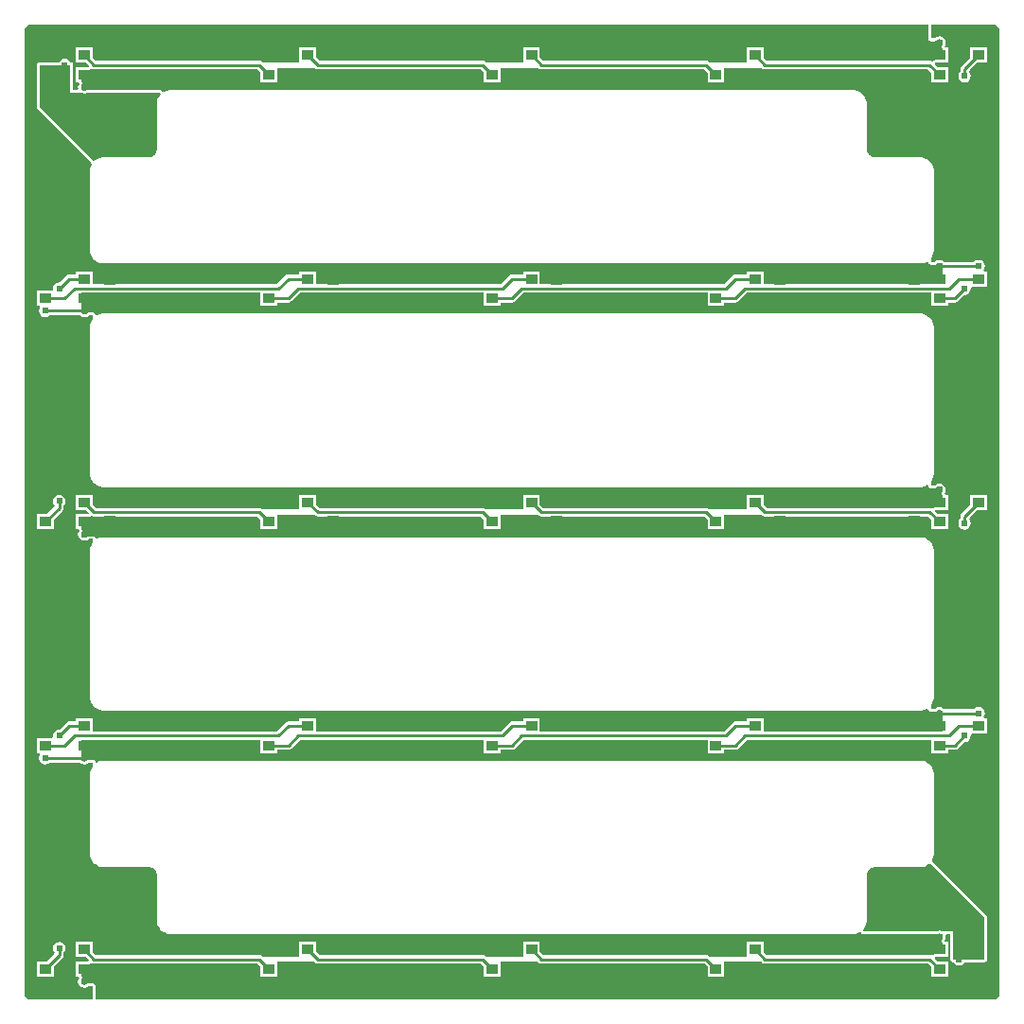
<source format=gtl>
G04*
G04 #@! TF.GenerationSoftware,Altium Limited,Altium Designer,18.1.7 (191)*
G04*
G04 Layer_Physical_Order=1*
G04 Layer_Color=255*
%FSLAX25Y25*%
%MOIN*%
G70*
G01*
G75*
%ADD12R,0.04016X0.03701*%
%ADD13R,0.03937X0.03347*%
%ADD18C,0.01000*%
%ADD19R,0.19685X0.19685*%
%ADD20C,0.02400*%
G36*
X27559Y368549D02*
X343469D01*
Y363734D01*
X343546Y363344D01*
X343767Y363013D01*
X344098Y362792D01*
X344488Y362715D01*
X345817D01*
X345915Y362734D01*
X346016D01*
X346109Y362772D01*
X346207Y362792D01*
X346291Y362848D01*
X346383Y362886D01*
X346454Y362957D01*
X346538Y363013D01*
X346547Y363027D01*
X346980Y363317D01*
X347441Y363408D01*
X347902Y363317D01*
X348292Y363056D01*
X348425Y362856D01*
X348425Y361553D01*
X348400Y361515D01*
X348343Y361377D01*
X348272Y361245D01*
X348267Y361194D01*
X348248Y361148D01*
Y360998D01*
X348233Y360849D01*
X348248Y360801D01*
Y360750D01*
X348305Y360612D01*
X348348Y360468D01*
X348425Y360325D01*
X348425Y356122D01*
X346041D01*
X345650Y356044D01*
X345320Y355823D01*
X345054Y355513D01*
X344671Y355684D01*
X344581Y355744D01*
X343996Y355860D01*
X286559D01*
X285449Y356970D01*
Y360449D01*
X279512D01*
Y355315D01*
X266435D01*
X266337Y355412D01*
X265841Y355744D01*
X265256Y355860D01*
X207819D01*
X206709Y356970D01*
Y360449D01*
X200772D01*
Y355315D01*
X187694D01*
X187597Y355412D01*
X187101Y355744D01*
X186516Y355860D01*
X129078D01*
X127969Y356970D01*
Y360449D01*
X122031D01*
Y355315D01*
X108954D01*
X108857Y355412D01*
X108361Y355744D01*
X107776Y355860D01*
X50338D01*
X49228Y356970D01*
Y360449D01*
X43291D01*
Y355102D01*
X46770D01*
X47851Y354021D01*
X47660Y353559D01*
X43291D01*
Y348213D01*
X44186D01*
X44453Y347713D01*
X44188Y347315D01*
X44017Y346457D01*
X44106Y346008D01*
X43696Y345508D01*
X42358D01*
Y354331D01*
X42281Y354721D01*
X42059Y355052D01*
X41729Y355273D01*
X41339Y355350D01*
X41335D01*
X40956Y355917D01*
X40229Y356403D01*
X39370Y356574D01*
X38512Y356403D01*
X37784Y355917D01*
X37405Y355350D01*
X30512D01*
X30122Y355273D01*
X29791Y355052D01*
X29570Y354721D01*
X29492Y354331D01*
Y339567D01*
X29570Y339177D01*
X29791Y338846D01*
X48674Y319963D01*
X48816Y319430D01*
X48813Y319360D01*
X48798Y319324D01*
X48774Y319268D01*
X48719Y319184D01*
X48422Y318468D01*
X48402Y318369D01*
X48364Y318276D01*
X48213Y317516D01*
Y317415D01*
X48193Y317317D01*
X48193Y316929D01*
X48193Y316929D01*
X48193Y289370D01*
Y288982D01*
X48213Y288884D01*
Y288783D01*
X48364Y288023D01*
X48402Y287930D01*
X48422Y287831D01*
X48597Y287409D01*
X48719Y287115D01*
X48774Y287032D01*
X48813Y286939D01*
X49244Y286294D01*
X49315Y286223D01*
X49371Y286139D01*
X49919Y285591D01*
X50002Y285535D01*
X50073Y285464D01*
X50718Y285033D01*
X50811Y284995D01*
X50894Y284939D01*
X51611Y284642D01*
X51710Y284623D01*
X51802Y284584D01*
X52563Y284433D01*
X52663D01*
X52762Y284413D01*
X53150D01*
X340598Y284414D01*
X340982D01*
X341080Y284433D01*
X341180D01*
X341932Y284582D01*
X342025Y284621D01*
X342123Y284641D01*
X342831Y284934D01*
X342915Y284990D01*
X342969Y285012D01*
X343043Y285009D01*
X343514Y284765D01*
X343546Y284604D01*
X343767Y284273D01*
X344098Y284052D01*
X344488Y283974D01*
X345817D01*
X345915Y283994D01*
X346016D01*
X346109Y284032D01*
X346207Y284052D01*
X346291Y284108D01*
X346383Y284146D01*
X346454Y284217D01*
X346538Y284273D01*
X346547Y284287D01*
X346980Y284577D01*
X347441Y284668D01*
X347902Y284577D01*
X348335Y284287D01*
X348344Y284273D01*
X348425Y284219D01*
Y277120D01*
X285449D01*
Y281709D01*
X279512D01*
Y280565D01*
X275590D01*
X275005Y280448D01*
X274509Y280117D01*
X271512Y277120D01*
X206709D01*
Y281709D01*
X200772D01*
Y280565D01*
X196850D01*
X196265Y280448D01*
X195769Y280117D01*
X192772Y277120D01*
X127969D01*
Y281709D01*
X122031D01*
Y280565D01*
X118110D01*
X117525Y280448D01*
X117029Y280117D01*
X114032Y277120D01*
X49228D01*
Y281709D01*
X43291D01*
Y280565D01*
X40846D01*
X40261Y280448D01*
X39765Y280117D01*
X37468Y277820D01*
X37402Y277834D01*
X36543Y277663D01*
X35816Y277177D01*
X35329Y276449D01*
X35159Y275590D01*
X35235Y275205D01*
X34918Y274819D01*
X29512D01*
Y269472D01*
X30406D01*
X30674Y268972D01*
X30408Y268575D01*
X30237Y267717D01*
X30408Y266858D01*
X30894Y266130D01*
X31622Y265644D01*
X32480Y265473D01*
X33339Y265644D01*
X34066Y266130D01*
X34104Y266187D01*
X44636D01*
X44674Y266130D01*
X45401Y265644D01*
X46260Y265473D01*
X47118Y265644D01*
X47846Y266130D01*
X47884Y266187D01*
X49213D01*
Y264841D01*
X48813Y264242D01*
X48774Y264149D01*
X48719Y264066D01*
X48422Y263350D01*
X48402Y263251D01*
X48364Y263158D01*
X48213Y262398D01*
Y262297D01*
X48193Y262199D01*
X48193Y261811D01*
X48193Y210630D01*
Y210242D01*
X48213Y210144D01*
Y210043D01*
X48364Y209283D01*
X48402Y209190D01*
X48422Y209091D01*
X48597Y208669D01*
X48719Y208375D01*
X48774Y208291D01*
X48813Y208199D01*
X49244Y207554D01*
X49315Y207483D01*
X49371Y207399D01*
X49919Y206851D01*
X50002Y206795D01*
X50073Y206724D01*
X50718Y206293D01*
X50811Y206255D01*
X50894Y206199D01*
X51611Y205902D01*
X51710Y205883D01*
X51802Y205844D01*
X52563Y205693D01*
X52663D01*
X52762Y205673D01*
X53149Y205673D01*
X53150Y205673D01*
X340397Y205673D01*
X340800Y205673D01*
X340898Y205693D01*
X340999D01*
X341789Y205850D01*
X341882Y205889D01*
X341981Y205908D01*
X342725Y206217D01*
X342809Y206272D01*
X342901Y206311D01*
X343025Y206394D01*
X343498Y206108D01*
X343546Y205864D01*
X343767Y205533D01*
X344098Y205312D01*
X344488Y205234D01*
X345817D01*
X345915Y205254D01*
X346016D01*
X346109Y205292D01*
X346207Y205312D01*
X346291Y205368D01*
X346383Y205406D01*
X346454Y205477D01*
X346538Y205533D01*
X346547Y205547D01*
X346980Y205836D01*
X347441Y205928D01*
X347902Y205836D01*
X348292Y205575D01*
X348425Y205376D01*
Y204073D01*
X348400Y204035D01*
X348343Y203896D01*
X348272Y203765D01*
X348267Y203714D01*
X348248Y203667D01*
Y203518D01*
X348233Y203369D01*
X348248Y203320D01*
Y203270D01*
X348305Y203131D01*
X348348Y202988D01*
X348425Y202844D01*
Y198642D01*
X346041D01*
X345650Y198564D01*
X345320Y198343D01*
X344666Y198207D01*
X344581Y198263D01*
X343996Y198380D01*
X286559D01*
X285449Y199490D01*
Y202969D01*
X279512D01*
Y197843D01*
X266427D01*
X266337Y197932D01*
X265841Y198263D01*
X265256Y198380D01*
X207819D01*
X206709Y199490D01*
Y202969D01*
X200772D01*
Y197843D01*
X187687D01*
X187597Y197932D01*
X187101Y198263D01*
X186516Y198380D01*
X129078D01*
X127969Y199490D01*
Y202969D01*
X122031D01*
Y197843D01*
X108946D01*
X108857Y197932D01*
X108361Y198263D01*
X107776Y198380D01*
X50338D01*
X49228Y199490D01*
Y202969D01*
X43291D01*
Y197622D01*
X46770D01*
X47851Y196541D01*
X47660Y196079D01*
X43291D01*
Y190732D01*
X44186D01*
X44453Y190232D01*
X44188Y189835D01*
X44017Y188976D01*
X44188Y188118D01*
X44674Y187390D01*
X45401Y186904D01*
X46260Y186733D01*
X47118Y186904D01*
X47846Y187390D01*
X47884Y187447D01*
X49213D01*
Y186100D01*
X48813Y185502D01*
X48774Y185409D01*
X48719Y185326D01*
X48422Y184609D01*
X48402Y184511D01*
X48364Y184418D01*
X48213Y183658D01*
Y183557D01*
X48193Y183459D01*
X48193Y183071D01*
Y131890D01*
X48193Y131502D01*
X48213Y131404D01*
Y131303D01*
X48364Y130543D01*
X48402Y130450D01*
X48422Y130351D01*
X48597Y129929D01*
X48719Y129635D01*
X48774Y129551D01*
X48813Y129458D01*
X49244Y128814D01*
X49315Y128743D01*
X49371Y128659D01*
X49919Y128111D01*
X50002Y128055D01*
X50073Y127984D01*
X50718Y127553D01*
X50811Y127515D01*
X50894Y127459D01*
X51611Y127162D01*
X51710Y127143D01*
X51802Y127104D01*
X52563Y126953D01*
X52663D01*
X52762Y126933D01*
X53150Y126933D01*
X340476Y126933D01*
X340871D01*
X340969Y126953D01*
X341070D01*
X341845Y127107D01*
X341938Y127145D01*
X342036Y127165D01*
X342766Y127468D01*
X342850Y127523D01*
X342943Y127562D01*
X343017Y127611D01*
X343504Y127335D01*
X343546Y127123D01*
X343767Y126793D01*
X344098Y126572D01*
X344488Y126494D01*
X345817D01*
X345915Y126514D01*
X346016D01*
X346109Y126552D01*
X346207Y126572D01*
X346291Y126627D01*
X346383Y126666D01*
X346454Y126737D01*
X346538Y126793D01*
X346547Y126807D01*
X346980Y127096D01*
X347441Y127188D01*
X347902Y127096D01*
X348335Y126807D01*
X348344Y126793D01*
X348425Y126738D01*
Y119640D01*
X285449D01*
Y124228D01*
X279512D01*
Y123084D01*
X275590D01*
X275005Y122968D01*
X274509Y122637D01*
X271512Y119640D01*
X206709D01*
Y124228D01*
X200772D01*
Y123084D01*
X196850D01*
X196265Y122968D01*
X195769Y122637D01*
X192772Y119640D01*
X127969D01*
Y124228D01*
X122031D01*
Y123084D01*
X118110D01*
X117525Y122968D01*
X117029Y122637D01*
X114032Y119640D01*
X49228D01*
Y124228D01*
X43291D01*
Y123084D01*
X40846D01*
X40261Y122968D01*
X39765Y122637D01*
X37468Y120340D01*
X37402Y120353D01*
X36543Y120183D01*
X35816Y119696D01*
X35329Y118969D01*
X35159Y118110D01*
X35235Y117725D01*
X34918Y117339D01*
X29512D01*
Y111992D01*
X30406D01*
X30674Y111492D01*
X30408Y111095D01*
X30237Y110236D01*
X30408Y109378D01*
X30894Y108650D01*
X31622Y108164D01*
X32480Y107993D01*
X33339Y108164D01*
X34066Y108650D01*
X34104Y108707D01*
X44636D01*
X44674Y108650D01*
X45401Y108164D01*
X46260Y107993D01*
X47118Y108164D01*
X47846Y108650D01*
X47884Y108707D01*
X49213D01*
Y107360D01*
X48813Y106762D01*
X48774Y106669D01*
X48719Y106586D01*
X48422Y105869D01*
X48402Y105771D01*
X48364Y105678D01*
X48213Y104917D01*
Y104817D01*
X48193Y104718D01*
Y104331D01*
Y76772D01*
Y76384D01*
X48213Y76285D01*
Y76185D01*
X48364Y75424D01*
X48402Y75332D01*
X48422Y75233D01*
X48600Y74803D01*
D01*
X48719Y74517D01*
D01*
X48774Y74433D01*
X48813Y74340D01*
X49213Y73742D01*
D01*
X49244Y73695D01*
X49315Y73624D01*
X49371Y73541D01*
X49919Y72993D01*
X50002Y72937D01*
X50073Y72866D01*
X50718Y72435D01*
X50811Y72396D01*
X50894Y72341D01*
X51611Y72044D01*
X51710Y72024D01*
X51802Y71986D01*
X52563Y71835D01*
X52663D01*
X52762Y71815D01*
X53150D01*
X68873Y71815D01*
X69158Y71801D01*
X69743Y71685D01*
X70271Y71466D01*
X70745Y71149D01*
X71149Y70745D01*
X71466Y70271D01*
X71685Y69743D01*
X71801Y69158D01*
X71815Y68872D01*
X71815Y53150D01*
D01*
X71815Y52762D01*
X71835Y52663D01*
Y52563D01*
X71986Y51802D01*
X72024Y51710D01*
X72044Y51611D01*
X72222Y51181D01*
X72341Y50894D01*
X72396Y50811D01*
X72435Y50718D01*
X72866Y50073D01*
X72937Y50002D01*
X72993Y49919D01*
X73541Y49371D01*
X73624Y49315D01*
X73695Y49244D01*
X74340Y48813D01*
X74433Y48774D01*
D01*
X74517Y48719D01*
X75233Y48422D01*
X75332Y48402D01*
X75424Y48364D01*
X76185Y48213D01*
X76285D01*
X76384Y48193D01*
X76772Y48193D01*
X76772Y48193D01*
X316929Y48193D01*
X317317D01*
X317415Y48213D01*
X317516D01*
X318276Y48364D01*
X318369Y48402D01*
X318468Y48422D01*
X319184Y48719D01*
X319250Y48763D01*
X319273Y48775D01*
X319767Y48822D01*
X319988Y48492D01*
X320319Y48271D01*
X320709Y48193D01*
X346427Y48193D01*
X346526Y48213D01*
X346626D01*
X346719Y48251D01*
X346817Y48271D01*
X346901Y48326D01*
X346965Y48353D01*
X347441Y48448D01*
X347917Y48353D01*
X347981Y48326D01*
X348065Y48271D01*
X348163Y48251D01*
X348256Y48213D01*
X348356D01*
X348425Y48199D01*
Y46592D01*
X348400Y46555D01*
X348343Y46416D01*
X348272Y46284D01*
X348267Y46234D01*
X348248Y46187D01*
Y46037D01*
X348233Y45888D01*
X348248Y45840D01*
Y45789D01*
X348305Y45651D01*
X348348Y45508D01*
X348425Y45364D01*
Y41161D01*
X346041D01*
X345650Y41084D01*
X345320Y40863D01*
X344666Y40726D01*
X344581Y40783D01*
X343996Y40900D01*
X286559D01*
X285449Y42009D01*
Y45488D01*
X279512D01*
Y40354D01*
X266435D01*
X266337Y40451D01*
X265841Y40783D01*
X265256Y40900D01*
X207819D01*
X206709Y42009D01*
Y45488D01*
X200772D01*
Y40354D01*
X187694D01*
X187597Y40451D01*
X187101Y40783D01*
X186516Y40900D01*
X129078D01*
X127969Y42009D01*
Y45488D01*
X122031D01*
Y40354D01*
X108954D01*
X108857Y40451D01*
X108361Y40783D01*
X107776Y40900D01*
X50338D01*
X49228Y42009D01*
Y45488D01*
X43291D01*
Y40142D01*
X46770D01*
X47851Y39060D01*
X47660Y38598D01*
X43291D01*
Y33252D01*
X44186D01*
X44453Y32752D01*
X44188Y32355D01*
X44017Y31496D01*
X44188Y30638D01*
X44674Y29910D01*
X45401Y29424D01*
X46260Y29253D01*
X47118Y29424D01*
X47846Y29910D01*
X47884Y29967D01*
X49213D01*
Y25151D01*
X27559D01*
X27493Y25138D01*
X26628Y25311D01*
X25838Y25838D01*
X25311Y26628D01*
X25138Y27493D01*
X25152Y27559D01*
X25151Y365644D01*
X25152Y366142D01*
X25219Y366614D01*
X25311Y367073D01*
X25838Y367863D01*
X26628Y368390D01*
X27493Y368562D01*
X27559Y368549D01*
D02*
G37*
G36*
X367073Y368390D02*
X367863Y367863D01*
X368390Y367073D01*
X368562Y366208D01*
X368549Y366142D01*
X368549Y28058D01*
X368549Y27559D01*
X368482Y27087D01*
X368390Y26628D01*
X367863Y25838D01*
X367073Y25311D01*
X366208Y25138D01*
X366142Y25151D01*
X50232D01*
Y29967D01*
X50155Y30357D01*
X49934Y30688D01*
X49603Y30909D01*
X49213Y30986D01*
X47884D01*
X47785Y30967D01*
X47685D01*
X47592Y30928D01*
X47494Y30909D01*
X47410Y30853D01*
X47317Y30814D01*
X47246Y30743D01*
X47163Y30688D01*
X47153Y30674D01*
X46720Y30384D01*
X46260Y30292D01*
X45799Y30384D01*
X45409Y30645D01*
X45276Y30844D01*
X45276Y32148D01*
X45301Y32186D01*
X45358Y32324D01*
X45429Y32456D01*
X45434Y32506D01*
X45453Y32553D01*
Y32703D01*
X45468Y32852D01*
X45453Y32900D01*
Y32951D01*
X45396Y33089D01*
X45352Y33233D01*
X45276Y33376D01*
Y37579D01*
X47660D01*
X48050Y37657D01*
X48381Y37878D01*
X48406Y37900D01*
X49029Y38013D01*
X49050Y38003D01*
X49119Y37957D01*
X49705Y37841D01*
X107142D01*
X108252Y36731D01*
Y33252D01*
X114189D01*
Y38386D01*
X127266D01*
X127363Y38289D01*
X127860Y37957D01*
X128445Y37841D01*
X185882D01*
X186992Y36731D01*
Y33252D01*
X192929D01*
Y38386D01*
X206006D01*
X206104Y38289D01*
X206600Y37957D01*
X207185Y37841D01*
X264622D01*
X265732Y36731D01*
Y33252D01*
X271669D01*
Y38386D01*
X284747D01*
X284844Y38289D01*
X285340Y37957D01*
X285925Y37841D01*
X343363D01*
X344472Y36731D01*
Y33252D01*
X350410D01*
Y38598D01*
X346931D01*
X345849Y39680D01*
X346041Y40142D01*
X350410D01*
Y45488D01*
X349515D01*
X349248Y45988D01*
X349513Y46386D01*
X349684Y47244D01*
X349595Y47693D01*
X350005Y48193D01*
X351343D01*
Y39370D01*
X351420Y38980D01*
X351641Y38649D01*
X351972Y38428D01*
X352362Y38350D01*
X352366D01*
X352745Y37784D01*
X353472Y37298D01*
X354331Y37127D01*
X355189Y37298D01*
X355917Y37784D01*
X356295Y38350D01*
X363189D01*
X363579Y38428D01*
X363910Y38649D01*
X364131Y38980D01*
X364209Y39370D01*
Y54134D01*
X364131Y54524D01*
X363910Y54855D01*
X344777Y73988D01*
X344691Y74045D01*
X344888Y74340D01*
X344926Y74433D01*
X344982Y74516D01*
X345279Y75233D01*
X345298Y75331D01*
X345337Y75424D01*
X345488Y76185D01*
Y76285D01*
X345508Y76384D01*
X345508Y76771D01*
X345508Y76772D01*
X345508Y104331D01*
X345508Y104718D01*
X345488Y104817D01*
Y104917D01*
X345337Y105678D01*
X345299Y105771D01*
X345279Y105869D01*
X345101Y106299D01*
X344982Y106586D01*
X344926Y106669D01*
X344888Y106762D01*
X344457Y107407D01*
X344386Y107478D01*
X344330Y107561D01*
X343782Y108110D01*
X343698Y108166D01*
X343627Y108237D01*
X342982Y108667D01*
X342890Y108706D01*
X342806Y108762D01*
X342090Y109058D01*
X341991Y109078D01*
X341898Y109116D01*
X341138Y109268D01*
X341037Y109268D01*
X340939Y109287D01*
X340552Y109287D01*
X340551Y109287D01*
X53150Y109287D01*
X52762D01*
X52663Y109268D01*
X52563D01*
X51802Y109116D01*
X51710Y109078D01*
X51611Y109058D01*
X50894Y108762D01*
X50811Y108706D01*
X50718Y108667D01*
X50692Y108650D01*
X50191Y108916D01*
X50155Y109097D01*
X49934Y109428D01*
X49603Y109649D01*
X49213Y109726D01*
X47884D01*
X47785Y109707D01*
X47685D01*
X47592Y109668D01*
X47494Y109649D01*
X47410Y109593D01*
X47317Y109555D01*
X47246Y109484D01*
X47163Y109428D01*
X47153Y109414D01*
X46720Y109124D01*
X46260Y109033D01*
X45799Y109124D01*
X45366Y109414D01*
X45357Y109428D01*
X45276Y109482D01*
Y116581D01*
X108252D01*
Y111992D01*
X114189D01*
Y113136D01*
X118110D01*
X118695Y113252D01*
X119192Y113584D01*
X122189Y116581D01*
X186992D01*
Y111992D01*
X192929D01*
Y113136D01*
X196850D01*
X197436Y113252D01*
X197932Y113584D01*
X200929Y116581D01*
X265732D01*
Y111992D01*
X271669D01*
Y113136D01*
X275590D01*
X276176Y113252D01*
X276672Y113584D01*
X279669Y116581D01*
X344472D01*
Y111992D01*
X350410D01*
Y113136D01*
X352854D01*
X353440Y113252D01*
X353936Y113584D01*
X356232Y115880D01*
X356299Y115867D01*
X357158Y116038D01*
X357885Y116524D01*
X358372Y117252D01*
X358542Y118110D01*
X358466Y118495D01*
X358783Y118882D01*
X364189D01*
Y124228D01*
X363295D01*
X363027Y124728D01*
X363293Y125126D01*
X363464Y125984D01*
X363293Y126843D01*
X362807Y127570D01*
X362079Y128057D01*
X361221Y128227D01*
X360362Y128057D01*
X359634Y127570D01*
X359596Y127514D01*
X349065D01*
X349027Y127570D01*
X348299Y128057D01*
X347441Y128227D01*
X346583Y128057D01*
X345855Y127570D01*
X345817Y127514D01*
X344488D01*
Y128913D01*
X344879Y129498D01*
X344918Y129591D01*
X344973Y129674D01*
X345276Y130405D01*
X345296Y130503D01*
X345334Y130596D01*
X345488Y131371D01*
Y131472D01*
X345508Y131570D01*
Y131965D01*
X345508Y131965D01*
X345508Y183071D01*
X345508Y183459D01*
X345488Y183557D01*
Y183658D01*
X345337Y184418D01*
X345299Y184511D01*
X345279Y184609D01*
X344982Y185326D01*
X344926Y185409D01*
X344888Y185502D01*
X344488Y186100D01*
X344457Y186147D01*
X344386Y186218D01*
X344330Y186302D01*
X343782Y186850D01*
X343698Y186906D01*
X343627Y186977D01*
X342982Y187408D01*
X342890Y187446D01*
X342806Y187502D01*
X342090Y187799D01*
X341991Y187818D01*
X341898Y187856D01*
X341138Y188008D01*
X341037Y188008D01*
X340939Y188027D01*
X340552Y188027D01*
X340551Y188027D01*
X53150Y188027D01*
X52762Y188027D01*
X52663Y188008D01*
X52563D01*
X51802Y187856D01*
X51710Y187818D01*
X51611Y187799D01*
X50894Y187502D01*
X50811Y187446D01*
X50718Y187408D01*
X50692Y187390D01*
X50191Y187656D01*
X50155Y187837D01*
X49933Y188168D01*
X49603Y188389D01*
X49213Y188467D01*
X47884D01*
X47785Y188447D01*
X47685D01*
X47592Y188409D01*
X47494Y188389D01*
X47410Y188333D01*
X47317Y188295D01*
X47246Y188224D01*
X47163Y188168D01*
X47153Y188154D01*
X46720Y187864D01*
X46260Y187773D01*
X45799Y187864D01*
X45409Y188125D01*
X45276Y188325D01*
Y189628D01*
X45301Y189666D01*
X45358Y189804D01*
X45429Y189936D01*
X45434Y189987D01*
X45453Y190033D01*
Y190183D01*
X45468Y190332D01*
X45453Y190381D01*
Y190431D01*
X45396Y190570D01*
X45352Y190713D01*
X45276Y190856D01*
Y195059D01*
X47660D01*
X48050Y195137D01*
X48381Y195358D01*
X48647Y195668D01*
X49030Y195497D01*
X49119Y195437D01*
X49705Y195321D01*
X107142D01*
X108252Y194211D01*
Y190732D01*
X114189D01*
Y195866D01*
X127266D01*
X127363Y195769D01*
X127860Y195437D01*
X128445Y195321D01*
X185882D01*
X186992Y194211D01*
Y190732D01*
X192929D01*
Y195866D01*
X206006D01*
X206104Y195769D01*
X206600Y195437D01*
X207185Y195321D01*
X264622D01*
X265732Y194211D01*
Y190732D01*
X271669D01*
Y195866D01*
X284747D01*
X284844Y195769D01*
X285340Y195437D01*
X285925Y195321D01*
X343363D01*
X344472Y194211D01*
Y190732D01*
X350410D01*
Y196079D01*
X346931D01*
X345849Y197160D01*
X346041Y197622D01*
X350410D01*
Y202969D01*
X349515D01*
X349248Y203468D01*
X349513Y203866D01*
X349684Y204724D01*
X349513Y205583D01*
X349027Y206311D01*
X348299Y206797D01*
X347441Y206967D01*
X346583Y206797D01*
X345855Y206311D01*
X345817Y206254D01*
X344488D01*
Y207708D01*
X344870Y208280D01*
X344909Y208373D01*
X344965Y208456D01*
X345273Y209201D01*
X345292Y209299D01*
X345331Y209392D01*
X345488Y210182D01*
Y210283D01*
X345508Y210381D01*
X345508Y210784D01*
X345508Y210784D01*
X345508Y261735D01*
X345508Y262130D01*
X345488Y262229D01*
Y262330D01*
X345334Y263105D01*
X345296Y263197D01*
X345276Y263296D01*
X344973Y264026D01*
X344918Y264110D01*
X344879Y264202D01*
X344488Y264788D01*
D01*
X344440Y264860D01*
X344369Y264931D01*
X344313Y265014D01*
X343754Y265573D01*
X343671Y265629D01*
X343600Y265700D01*
X342943Y266139D01*
X342850Y266178D01*
X342766Y266233D01*
X342036Y266536D01*
X341938Y266555D01*
X341845Y266594D01*
X341070Y266748D01*
X340969D01*
X340871Y266768D01*
X340476Y266768D01*
X340476Y266768D01*
X53150Y266768D01*
X52762Y266768D01*
X52663Y266748D01*
X52563D01*
X51802Y266597D01*
X51710Y266558D01*
X51611Y266539D01*
X50894Y266242D01*
X50811Y266186D01*
X50718Y266148D01*
X50692Y266130D01*
X50191Y266396D01*
X50155Y266577D01*
X49933Y266908D01*
X49603Y267129D01*
X49213Y267207D01*
X47884D01*
X47785Y267187D01*
X47685D01*
X47592Y267149D01*
X47494Y267129D01*
X47410Y267073D01*
X47317Y267035D01*
X47246Y266964D01*
X47163Y266908D01*
X47153Y266894D01*
X46720Y266605D01*
X46260Y266513D01*
X45799Y266605D01*
X45366Y266894D01*
X45357Y266908D01*
X45276Y266962D01*
Y274061D01*
X108252D01*
Y269472D01*
X114189D01*
Y270616D01*
X118110D01*
X118695Y270733D01*
X119192Y271064D01*
X122189Y274061D01*
X186992D01*
Y269472D01*
X192929D01*
Y270616D01*
X196850D01*
X197436Y270733D01*
X197932Y271064D01*
X200929Y274061D01*
X265732D01*
Y269472D01*
X271669D01*
Y270616D01*
X275590D01*
X276176Y270733D01*
X276672Y271064D01*
X279669Y274061D01*
X344472D01*
Y269472D01*
X350410D01*
Y270616D01*
X352854D01*
X353440Y270733D01*
X353936Y271064D01*
X356232Y273361D01*
X356299Y273347D01*
X357158Y273518D01*
X357885Y274004D01*
X358372Y274732D01*
X358542Y275590D01*
X358466Y275976D01*
X358783Y276362D01*
X364189D01*
Y281709D01*
X363295D01*
X363027Y282209D01*
X363293Y282606D01*
X363464Y283465D01*
X363293Y284323D01*
X362807Y285051D01*
X362079Y285537D01*
X361221Y285708D01*
X360362Y285537D01*
X359634Y285051D01*
X359596Y284994D01*
X349065D01*
X349027Y285051D01*
X348299Y285537D01*
X347441Y285708D01*
X346583Y285537D01*
X345855Y285051D01*
X345817Y284994D01*
X344488D01*
Y286308D01*
X344893Y286914D01*
X344932Y287007D01*
X344987Y287090D01*
X345281Y287798D01*
X345300Y287896D01*
X345339Y287989D01*
X345488Y288741D01*
Y288841D01*
X345508Y288940D01*
Y289322D01*
X345508Y289323D01*
X345508Y316853D01*
X345508Y317249D01*
X345488Y317347D01*
Y317447D01*
X345334Y318223D01*
X345296Y318316D01*
X345276Y318414D01*
X344973Y319144D01*
X344918Y319228D01*
X344879Y319321D01*
X344488Y319906D01*
D01*
X344440Y319978D01*
X344369Y320049D01*
X344313Y320132D01*
X343754Y320691D01*
X343671Y320747D01*
X343600Y320818D01*
X342943Y321257D01*
X342850Y321296D01*
X342766Y321351D01*
X342036Y321654D01*
X341938Y321673D01*
X341845Y321712D01*
X341070Y321866D01*
X340969Y321866D01*
X340871Y321886D01*
X340476Y321886D01*
X340476Y321886D01*
X324828Y321886D01*
X324542Y321900D01*
X323958Y322016D01*
X323430Y322235D01*
X322955Y322552D01*
X322552Y322955D01*
X322235Y323430D01*
X322016Y323958D01*
X321900Y324542D01*
X321886Y324828D01*
X321886Y340475D01*
X321886Y340871D01*
X321866Y340969D01*
Y341070D01*
X321712Y341845D01*
X321673Y341938D01*
X321654Y342036D01*
X321351Y342766D01*
X321296Y342850D01*
D01*
X321257Y342943D01*
X320818Y343600D01*
X320747Y343671D01*
X320691Y343754D01*
X320132Y344313D01*
X320049Y344369D01*
X319978Y344440D01*
X319321Y344879D01*
X319228Y344918D01*
X319144Y344973D01*
X319123Y344982D01*
X318898Y345076D01*
X318414Y345276D01*
X318316Y345296D01*
X318223Y345334D01*
X317447Y345488D01*
X317347D01*
X317249Y345508D01*
X316854Y345508D01*
X316853Y345508D01*
X76772Y345508D01*
X76384Y345508D01*
X76285Y345488D01*
X76185D01*
X75424Y345337D01*
X75332Y345299D01*
X75233Y345279D01*
X74517Y344982D01*
X74450Y344938D01*
X74428Y344926D01*
X73934Y344878D01*
X73713Y345209D01*
X73382Y345430D01*
X72992Y345508D01*
X47274Y345508D01*
X47175Y345488D01*
X47075D01*
X46982Y345450D01*
X46883Y345430D01*
X46800Y345374D01*
X46736Y345348D01*
X46260Y345253D01*
X45784Y345348D01*
X45720Y345374D01*
X45636Y345430D01*
X45538Y345450D01*
X45445Y345488D01*
X45344D01*
X45276Y345502D01*
Y347108D01*
X45301Y347146D01*
X45358Y347285D01*
X45429Y347417D01*
X45434Y347467D01*
X45453Y347514D01*
Y347663D01*
X45468Y347813D01*
X45453Y347861D01*
Y347912D01*
X45396Y348050D01*
X45352Y348193D01*
X45276Y348337D01*
Y352539D01*
X47660D01*
X48050Y352617D01*
X48381Y352838D01*
X48647Y353149D01*
X49030Y352978D01*
X49119Y352918D01*
X49705Y352801D01*
X107142D01*
X108252Y351691D01*
Y348213D01*
X114189D01*
Y353346D01*
X127266D01*
X127363Y353249D01*
X127860Y352918D01*
X128445Y352801D01*
X185882D01*
X186992Y351691D01*
Y348213D01*
X192929D01*
Y353346D01*
X206006D01*
X206104Y353249D01*
X206600Y352918D01*
X207185Y352801D01*
X264622D01*
X265732Y351691D01*
Y348213D01*
X271669D01*
Y353346D01*
X284747D01*
X284844Y353249D01*
X285340Y352918D01*
X285925Y352801D01*
X343363D01*
X344472Y351691D01*
Y348213D01*
X350410D01*
Y353559D01*
X346931D01*
X345849Y354640D01*
X346041Y355102D01*
X350410D01*
Y360449D01*
X349515D01*
X349248Y360949D01*
X349513Y361346D01*
X349684Y362205D01*
X349513Y363063D01*
X349027Y363791D01*
X348299Y364277D01*
X347441Y364448D01*
X346583Y364277D01*
X345855Y363791D01*
X345817Y363734D01*
X344488D01*
Y368549D01*
X366142D01*
X366208Y368562D01*
X367073Y368390D01*
D02*
G37*
G36*
X41339Y344488D02*
X45246D01*
X45401Y344384D01*
X46260Y344214D01*
X47118Y344384D01*
X47274Y344488D01*
X72992Y344488D01*
X73199Y343988D01*
X72993Y343782D01*
X72937Y343698D01*
X72866Y343627D01*
X72435Y342983D01*
X72396Y342890D01*
X72341Y342806D01*
X72044Y342090D01*
X72024Y341991D01*
X71986Y341898D01*
X71835Y341138D01*
Y341037D01*
X71815Y340939D01*
X71815Y340551D01*
X71815Y340551D01*
X71815Y324828D01*
X71801Y324542D01*
X71685Y323958D01*
X71466Y323430D01*
X71149Y322955D01*
X70745Y322552D01*
X70271Y322235D01*
X69743Y322016D01*
X69158Y321900D01*
X68873Y321886D01*
X53150Y321886D01*
X52762Y321886D01*
X52663Y321866D01*
X52563D01*
X51802Y321715D01*
X51710Y321676D01*
X51611Y321657D01*
X50894Y321360D01*
X50811Y321304D01*
X50718Y321266D01*
X50073Y320835D01*
X50006Y320768D01*
X50000Y320762D01*
X49919Y320708D01*
X49895Y320684D01*
X49395Y320684D01*
X30512Y339567D01*
Y354331D01*
X41339D01*
Y344488D01*
D02*
G37*
G36*
X363189Y54134D02*
Y39370D01*
X352362D01*
Y49213D01*
X348455D01*
X348299Y49316D01*
X347441Y49487D01*
X346583Y49316D01*
X346427Y49213D01*
X320709Y49213D01*
X320502Y49713D01*
X320708Y49919D01*
X320764Y50002D01*
X320835Y50073D01*
X321266Y50718D01*
X321304Y50811D01*
X321360Y50894D01*
X321657Y51611D01*
X321676Y51709D01*
X321715Y51802D01*
X321866Y52563D01*
Y52663D01*
X321886Y52762D01*
Y53149D01*
X321886Y53150D01*
X321886Y68873D01*
X321900Y69158D01*
X322016Y69743D01*
X322235Y70271D01*
X322552Y70745D01*
X322955Y71149D01*
X323430Y71466D01*
X323958Y71685D01*
X324542Y71801D01*
X324831Y71815D01*
X340939Y71815D01*
X341037Y71835D01*
X341138D01*
X341898Y71986D01*
X341991Y72024D01*
X342090Y72044D01*
X342806Y72341D01*
X342890Y72396D01*
X342983Y72435D01*
X343627Y72866D01*
X343698Y72937D01*
X343782Y72993D01*
X344056Y73267D01*
X363189Y54134D01*
D02*
G37*
%LPC*%
G36*
X37402Y203030D02*
X36543Y202860D01*
X35816Y202374D01*
X35329Y201646D01*
X35159Y200787D01*
X35329Y199929D01*
X35816Y199201D01*
X35649Y198737D01*
X32991Y196079D01*
X29512D01*
Y190732D01*
X35449D01*
Y194211D01*
X38483Y197245D01*
X38814Y197741D01*
X38931Y198327D01*
Y199163D01*
X38988Y199201D01*
X39474Y199929D01*
X39645Y200787D01*
X39474Y201646D01*
X38988Y202374D01*
X38260Y202860D01*
X37402Y203030D01*
D02*
G37*
G36*
Y45550D02*
X36543Y45379D01*
X35816Y44893D01*
X35329Y44166D01*
X35159Y43307D01*
X35329Y42449D01*
X35816Y41721D01*
X35649Y41256D01*
X32991Y38598D01*
X29512D01*
Y33252D01*
X35449D01*
Y36731D01*
X38483Y39765D01*
X38814Y40261D01*
X38931Y40846D01*
Y41683D01*
X38988Y41721D01*
X39474Y42449D01*
X39645Y43307D01*
X39474Y44166D01*
X38988Y44893D01*
X38260Y45379D01*
X37402Y45550D01*
D02*
G37*
G36*
X364189Y360449D02*
X358252D01*
Y356970D01*
X355218Y353936D01*
X354886Y353440D01*
X354770Y352854D01*
Y352018D01*
X354713Y351980D01*
X354227Y351252D01*
X354056Y350394D01*
X354227Y349535D01*
X354713Y348808D01*
X355441Y348321D01*
X356299Y348151D01*
X357158Y348321D01*
X357885Y348808D01*
X358372Y349535D01*
X358542Y350394D01*
X358372Y351252D01*
X357885Y351980D01*
X358052Y352444D01*
X360710Y355102D01*
X364189D01*
Y360449D01*
D02*
G37*
G36*
Y202969D02*
X358252D01*
Y199490D01*
X355218Y196455D01*
X354886Y195959D01*
X354770Y195374D01*
Y194537D01*
X354713Y194500D01*
X354227Y193772D01*
X354056Y192913D01*
X354227Y192055D01*
X354713Y191327D01*
X355441Y190841D01*
X356299Y190670D01*
X357158Y190841D01*
X357885Y191327D01*
X358372Y192055D01*
X358542Y192913D01*
X358372Y193772D01*
X357885Y194500D01*
X358052Y194964D01*
X360710Y197622D01*
X364189D01*
Y202969D01*
D02*
G37*
%LPD*%
D12*
X338583Y42480D02*
D03*
Y36260D02*
D03*
X291339Y42480D02*
D03*
Y36260D02*
D03*
X212598Y42480D02*
D03*
Y36260D02*
D03*
X133858Y42480D02*
D03*
Y36260D02*
D03*
X55118Y42480D02*
D03*
Y36260D02*
D03*
Y121221D02*
D03*
Y115000D02*
D03*
X133858Y121221D02*
D03*
Y115000D02*
D03*
X212598Y121221D02*
D03*
Y115000D02*
D03*
X291339Y121221D02*
D03*
Y115000D02*
D03*
X338583Y121221D02*
D03*
Y115000D02*
D03*
X55118Y199961D02*
D03*
Y193740D02*
D03*
X133858Y199961D02*
D03*
Y193740D02*
D03*
X212598Y199961D02*
D03*
Y193740D02*
D03*
X291339Y199961D02*
D03*
Y193740D02*
D03*
X338583Y199961D02*
D03*
Y193740D02*
D03*
X55118Y278701D02*
D03*
Y272480D02*
D03*
X133858Y278701D02*
D03*
Y272480D02*
D03*
X212598Y278701D02*
D03*
Y272480D02*
D03*
X291339Y278701D02*
D03*
Y272480D02*
D03*
X338583Y278701D02*
D03*
Y272480D02*
D03*
Y351220D02*
D03*
Y357441D02*
D03*
X291339Y351220D02*
D03*
Y357441D02*
D03*
X212598Y351220D02*
D03*
Y357441D02*
D03*
X133858Y351220D02*
D03*
Y357441D02*
D03*
X55118D02*
D03*
Y351220D02*
D03*
D13*
X347441Y357776D02*
D03*
X361221D02*
D03*
X347441Y350886D02*
D03*
X361221D02*
D03*
X268701Y357776D02*
D03*
X282480D02*
D03*
X268701Y350886D02*
D03*
X282480D02*
D03*
X189961Y357776D02*
D03*
X203740D02*
D03*
X189961Y350886D02*
D03*
X203740D02*
D03*
X111221Y357776D02*
D03*
X125000D02*
D03*
X111221Y350886D02*
D03*
X125000D02*
D03*
X32480Y357776D02*
D03*
X46260D02*
D03*
X32480Y350886D02*
D03*
X46260D02*
D03*
X32480Y279035D02*
D03*
X46260D02*
D03*
X32480Y272146D02*
D03*
X46260D02*
D03*
X111221Y279035D02*
D03*
X125000D02*
D03*
X111221Y272146D02*
D03*
X125000D02*
D03*
X189961Y279035D02*
D03*
X203740D02*
D03*
X189961Y272146D02*
D03*
X203740D02*
D03*
X268701Y279035D02*
D03*
X282480D02*
D03*
X268701Y272146D02*
D03*
X282480D02*
D03*
X347441Y279035D02*
D03*
X361221D02*
D03*
X347441Y272146D02*
D03*
X361221D02*
D03*
X347441Y200295D02*
D03*
X361221D02*
D03*
X347441Y193405D02*
D03*
X361221D02*
D03*
X268701Y200295D02*
D03*
X282480D02*
D03*
X268701Y193405D02*
D03*
X282480D02*
D03*
X189961Y200295D02*
D03*
X203740D02*
D03*
X189961Y193405D02*
D03*
X203740D02*
D03*
X111221Y200295D02*
D03*
X125000D02*
D03*
X111221Y193405D02*
D03*
X125000D02*
D03*
X32480Y200295D02*
D03*
X46260D02*
D03*
X32480Y193405D02*
D03*
X46260D02*
D03*
X32480Y121555D02*
D03*
X46260D02*
D03*
X32480Y114665D02*
D03*
X46260D02*
D03*
X111221Y121555D02*
D03*
X125000D02*
D03*
X111221Y114665D02*
D03*
X125000D02*
D03*
X189961Y121555D02*
D03*
X203740D02*
D03*
X189961Y114665D02*
D03*
X203740D02*
D03*
X268701Y121555D02*
D03*
X282480D02*
D03*
X268701Y114665D02*
D03*
X282480D02*
D03*
X347441Y121555D02*
D03*
X361221D02*
D03*
X347441Y114665D02*
D03*
X361221D02*
D03*
X347441Y42815D02*
D03*
X361221D02*
D03*
X347441Y35925D02*
D03*
X361221D02*
D03*
X268701Y42815D02*
D03*
X282480D02*
D03*
X268701Y35925D02*
D03*
X282480D02*
D03*
X189961Y42815D02*
D03*
X203740D02*
D03*
X189961Y35925D02*
D03*
X203740D02*
D03*
X111221Y42815D02*
D03*
X125000D02*
D03*
X111221Y35925D02*
D03*
X125000D02*
D03*
X32480Y42815D02*
D03*
X46260D02*
D03*
X32480Y35925D02*
D03*
X46260D02*
D03*
D18*
X334646Y334646D02*
X346457D01*
X347441Y335630D01*
Y346457D01*
X27559Y47244D02*
X50925D01*
X47244Y59055D02*
X59055D01*
X46260Y58071D02*
X47244Y59055D01*
X46260Y47244D02*
Y58071D01*
X357776Y42815D02*
X361221D01*
X354331Y39370D02*
X357776Y42815D01*
X366142Y193405D02*
Y272146D01*
X366142Y35925D02*
X366142Y193405D01*
X342776Y31496D02*
X361221D01*
X342776Y110236D02*
X361221D01*
X50925Y267717D02*
X125000D01*
X50925Y110236D02*
X125000D01*
X366142Y272146D02*
Y346457D01*
X361221D02*
X366142D01*
X287146D02*
X342776D01*
X47244Y334646D02*
X59055D01*
X39370Y342520D02*
X47244Y334646D01*
X39370Y342520D02*
Y354331D01*
X35925Y350886D02*
X39370Y354331D01*
X32480Y350886D02*
X35925D01*
X361221Y267717D02*
X366142D01*
X50925D02*
X55118D01*
X46260D02*
X50925D01*
X287146Y188976D02*
X342776D01*
X361221D02*
X366142D01*
X361221Y110236D02*
X366142D01*
X27559Y47244D02*
Y204724D01*
Y125984D02*
X32480D01*
Y42815D02*
Y47244D01*
X361221Y31496D02*
X366142D01*
Y35925D01*
X334646Y59055D02*
X346560D01*
X354331Y51285D01*
Y39370D02*
Y51285D01*
X50925Y125984D02*
X111221D01*
X50925D02*
X53150D01*
X46260D02*
X50925D01*
X50925Y110236D02*
X55118D01*
X46260D02*
X50925D01*
X342776Y31496D02*
X347441D01*
X287146D02*
X342776D01*
X347441Y346457D02*
X361221D01*
X342776D02*
X347441D01*
X46260Y362205D02*
X50925D01*
X32480D02*
X46260D01*
Y283465D02*
X50925D01*
X32480D02*
X46260D01*
X347441Y267717D02*
X361221D01*
X342776D02*
X347441D01*
Y188976D02*
X361221D01*
X342776D02*
X347441D01*
X32480Y125984D02*
X46260D01*
X27559Y283465D02*
Y362205D01*
Y204724D02*
Y283465D01*
X338583Y350650D02*
X342776Y346457D01*
X342776Y362205D02*
X347441D01*
X287146D02*
X342776D01*
X338583Y358012D02*
X342776Y362205D01*
X282480Y346457D02*
X287146D01*
X291339Y350650D01*
X268701Y362205D02*
X287146D01*
X291339Y358012D01*
X208405Y346457D02*
X282480D01*
X203740D02*
X208405D01*
X212598Y350650D01*
X208405Y362205D02*
X268701D01*
X189961D02*
X208405D01*
X212598Y358012D01*
X129665Y346457D02*
X203740D01*
X125000D02*
X129665D01*
X133858Y350650D01*
X129665Y362205D02*
X189961D01*
X111221D02*
X129665D01*
X133858Y358012D01*
X50925Y362205D02*
X111221D01*
X50925D02*
X55118Y358012D01*
X50925Y346457D02*
X125000D01*
X46260D02*
X50925D01*
X55118Y350650D01*
X50925Y267717D02*
X55118Y271909D01*
X50925Y283465D02*
X111221D01*
X50925D02*
X55118Y279272D01*
X125000Y267717D02*
Y272146D01*
X129665Y267717D02*
X203740D01*
X125000D02*
X129665D01*
X133858Y271909D01*
X129665Y283465D02*
X189961D01*
X111221D02*
X129665D01*
X133858Y279272D01*
X208405Y267717D02*
X282480D01*
X203740D02*
X208405D01*
X212598Y271909D01*
X208405Y283465D02*
X268701D01*
X189961D02*
X208405D01*
X212598Y279272D01*
X287146Y283465D02*
X342776D01*
X268701D02*
X287146D01*
X291339Y279272D01*
X287146Y267717D02*
X342776D01*
X282480D02*
X287146D01*
X291339Y271909D01*
X338583D02*
X342776Y267717D01*
X342776Y283465D02*
X347441D01*
X338583Y279272D02*
X342776Y283465D01*
X287146Y204724D02*
X342776D01*
X347441D01*
X338583Y200532D02*
X342776Y204724D01*
X338583Y193169D02*
X342776Y188976D01*
X282480D02*
X287146D01*
X291339Y193169D01*
X268701Y204724D02*
X287146D01*
X291339Y200532D01*
X208405Y204724D02*
X268701D01*
X189961D02*
X208405D01*
X212598Y200532D01*
X203740Y188976D02*
Y193405D01*
X208405Y188976D02*
X282480D01*
X203740D02*
X208405D01*
X212598Y193169D01*
X129665Y188976D02*
X203740D01*
X125000D02*
X129665D01*
X133858Y193169D01*
X129665Y204724D02*
X189961D01*
X111221D02*
X129665D01*
X133858Y200532D01*
X50925Y204724D02*
X111221D01*
X32480D02*
X50925D01*
X55118Y200532D01*
X46260Y188976D02*
Y193405D01*
X50925Y188976D02*
X125000D01*
X46260D02*
X50925D01*
X55118Y193169D01*
X287146Y110236D02*
X342776D01*
X338583Y114429D02*
X342776Y110236D01*
X342776Y125984D02*
X347441D01*
X287146D02*
X342776D01*
X338583Y121791D02*
X342776Y125984D01*
X268701D02*
X287146D01*
X291339Y121791D01*
X282480Y110236D02*
X287146D01*
X291339Y114429D01*
X208405Y125984D02*
X268701D01*
X189961D02*
X208405D01*
X212598Y121791D01*
X208405Y110236D02*
X282480D01*
X203740D02*
X208405D01*
X212598Y114429D01*
X129665Y110236D02*
X203740D01*
X125000D02*
X129665D01*
X133858Y114429D01*
X129665Y125984D02*
X189961D01*
X111221D02*
X129665D01*
X133858Y121791D01*
X50925Y125984D02*
X55118Y121791D01*
X50925Y110236D02*
X55118Y114429D01*
X342776Y47244D02*
X347441D01*
X287146D02*
X342776D01*
X338583Y43051D02*
X342776Y47244D01*
X338583Y35689D02*
X342776Y31496D01*
X268701Y47244D02*
X287146D01*
X291339Y43051D01*
X282480Y31496D02*
X287146D01*
X291339Y35689D01*
X208405Y31496D02*
X282480D01*
X203740D02*
X208405D01*
X212598Y35689D01*
X208405Y47244D02*
X268701D01*
X189961D02*
X208405D01*
X212598Y43051D01*
X129665Y47244D02*
X189961D01*
X111221D02*
X129665D01*
X133858Y43051D01*
X129665Y31496D02*
X203740D01*
X125000D02*
X129665D01*
X133858Y35689D01*
X50925Y31496D02*
X125000D01*
X46260D02*
X50925D01*
X55118Y35689D01*
X50925Y47244D02*
X111221D01*
X50925D02*
X55118Y43051D01*
X27559Y283465D02*
X32480D01*
X27559Y204724D02*
X32480D01*
X27559Y362205D02*
X32480D01*
Y267717D02*
X46260D01*
X347441Y283465D02*
X361221D01*
X32480Y110236D02*
X46260D01*
X347441Y125984D02*
X361221D01*
X347441Y121555D02*
Y125984D01*
X46260Y110236D02*
Y114665D01*
X125000Y110236D02*
Y114665D01*
X37402Y198327D02*
Y200787D01*
X356299Y195374D02*
X361221Y200295D01*
X356299Y192913D02*
Y195374D01*
X37402Y40846D02*
Y43307D01*
X32480Y35925D02*
X37402Y40846D01*
Y118110D02*
X40846Y121555D01*
X46260D01*
X352854Y114665D02*
X356299Y118110D01*
X347441Y114665D02*
X352854D01*
X32480Y193405D02*
X37402Y198327D01*
Y275590D02*
X40846Y279035D01*
X46260D01*
X32480Y200295D02*
Y204724D01*
X268701Y42815D02*
Y47244D01*
X189961Y42815D02*
Y47244D01*
X111221Y42815D02*
Y47244D01*
X347441Y42815D02*
Y47244D01*
X282480Y31496D02*
Y35925D01*
X203740Y31496D02*
Y35925D01*
X125000Y31496D02*
Y35925D01*
X46260Y31496D02*
Y35925D01*
X361221Y31496D02*
Y35925D01*
X282480Y110236D02*
Y114665D01*
X203740Y110236D02*
Y114665D01*
X361221Y110236D02*
Y114665D01*
X268701Y121555D02*
Y125984D01*
X189961Y121555D02*
Y125984D01*
X111221Y121555D02*
Y125984D01*
X32480Y121555D02*
Y125984D01*
X282480Y188976D02*
Y193405D01*
X125000Y188976D02*
Y193405D01*
X361221Y188976D02*
Y193405D01*
X268701Y200295D02*
Y204724D01*
X189961Y200295D02*
Y204724D01*
X111221Y200295D02*
Y204724D01*
X347441Y200295D02*
Y204724D01*
X354331Y279035D02*
X361221D01*
X350886Y275590D02*
X354331Y279035D01*
X279035Y275590D02*
X350886D01*
X352854Y272146D02*
X356299Y275590D01*
X347441Y272146D02*
X352854D01*
X356299Y352854D02*
X361221Y357776D01*
X356299Y350394D02*
Y352854D01*
X361221Y346457D02*
Y350886D01*
Y267717D02*
Y272146D01*
X46260Y267717D02*
Y272146D01*
X203740Y267717D02*
Y272146D01*
X282480Y267717D02*
Y272146D01*
X347441Y279035D02*
Y283465D01*
X268701Y279035D02*
Y283465D01*
X189961Y279035D02*
Y283465D01*
X111221Y279035D02*
Y283465D01*
X32480Y279035D02*
Y283465D01*
X347441Y357776D02*
Y362205D01*
X268701Y357776D02*
Y362205D01*
X189961Y357776D02*
Y362205D01*
X111221Y357776D02*
Y362205D01*
X32480Y357776D02*
Y362205D01*
X46260Y346457D02*
Y350886D01*
X282480Y346457D02*
Y350886D01*
X203740Y346457D02*
Y350886D01*
X125000Y346457D02*
Y350886D01*
X39370Y272146D02*
X42815Y275590D01*
X114665D02*
X118110Y279035D01*
X42815Y275590D02*
X114665D01*
X118110Y272146D02*
X121555Y275590D01*
X193405D02*
X196850Y279035D01*
X121555Y275590D02*
X193405D01*
X196850Y272146D02*
X200295Y275590D01*
X272146D02*
X275590Y279035D01*
X200295Y275590D02*
X272146D01*
X275590Y272146D02*
X279035Y275590D01*
X350886Y118110D02*
X354331Y121555D01*
X279035Y118110D02*
X350886D01*
X275590Y114665D02*
X279035Y118110D01*
X272146D02*
X275590Y121555D01*
X200295Y118110D02*
X272146D01*
X196850Y114665D02*
X200295Y118110D01*
X193405D02*
X196850Y121555D01*
X121555Y118110D02*
X193405D01*
X118110Y114665D02*
X121555Y118110D01*
X42815D02*
X114665D01*
X118110Y121555D01*
X39370Y114665D02*
X42815Y118110D01*
X354331Y121555D02*
X361221D01*
X285925Y39370D02*
X343996D01*
X347441Y35925D01*
X282480Y42815D02*
X285925Y39370D01*
X207185D02*
X265256D01*
X268701Y35925D01*
X203740Y42815D02*
X207185Y39370D01*
X128445D02*
X186516D01*
X189961Y35925D01*
X125000Y42815D02*
X128445Y39370D01*
X49705D02*
X107776D01*
X111221Y35925D01*
X46260Y42815D02*
X49705Y39370D01*
Y196850D02*
X107776D01*
X46260Y200295D02*
X49705Y196850D01*
X107776D02*
X111221Y193405D01*
X128445Y196850D02*
X186516D01*
X125000Y200295D02*
X128445Y196850D01*
X186516D02*
X189961Y193405D01*
X207185Y196850D02*
X265256D01*
X203740Y200295D02*
X207185Y196850D01*
X265256D02*
X268701Y193405D01*
X285925Y196850D02*
X343996D01*
X282480Y200295D02*
X285925Y196850D01*
X343996D02*
X347441Y193405D01*
X285925Y354331D02*
X343996D01*
X347441Y350886D01*
X282480Y357776D02*
X285925Y354331D01*
X207185D02*
X265256D01*
X268701Y350886D01*
X203740Y357776D02*
X207185Y354331D01*
X128445D02*
X186516D01*
X189961Y350886D01*
X125000Y357776D02*
X128445Y354331D01*
X49705D02*
X107776D01*
X111221Y350886D01*
X46260Y357776D02*
X49705Y354331D01*
X32480Y114665D02*
X39370D01*
X118110Y121555D02*
X125000D01*
X111221Y114665D02*
X118110D01*
X196850Y121555D02*
X203740D01*
X189961Y114665D02*
X196850D01*
X275590Y121555D02*
X282480D01*
X268701Y114665D02*
X275590D01*
X32480Y272146D02*
X39370D01*
X118110Y279035D02*
X125000D01*
X111221Y272146D02*
X118110D01*
X268701D02*
X275590D01*
Y279035D02*
X282480D01*
X189961Y272146D02*
X196850D01*
Y279035D02*
X203740D01*
D19*
X334646Y59055D02*
D03*
X59055D02*
D03*
X334646Y334646D02*
D03*
X59055D02*
D03*
D20*
X338583Y358012D02*
D03*
Y350650D02*
D03*
X291339D02*
D03*
Y358012D02*
D03*
X212598Y350650D02*
D03*
Y358012D02*
D03*
X133858Y350650D02*
D03*
Y358012D02*
D03*
X55118D02*
D03*
Y350650D02*
D03*
Y271909D02*
D03*
Y279272D02*
D03*
X133858D02*
D03*
Y271909D02*
D03*
X212598D02*
D03*
Y279272D02*
D03*
X291339D02*
D03*
Y271909D02*
D03*
X338583D02*
D03*
Y279272D02*
D03*
Y193169D02*
D03*
Y200532D02*
D03*
X291339Y193169D02*
D03*
Y200532D02*
D03*
X212598Y193169D02*
D03*
Y200532D02*
D03*
X133858Y193169D02*
D03*
Y200532D02*
D03*
X55118Y193169D02*
D03*
Y200532D02*
D03*
Y114429D02*
D03*
Y121791D02*
D03*
X133858Y114429D02*
D03*
Y121791D02*
D03*
X212598D02*
D03*
Y114429D02*
D03*
X291339Y121791D02*
D03*
Y114429D02*
D03*
X338583D02*
D03*
Y121791D02*
D03*
Y35689D02*
D03*
Y43051D02*
D03*
X291339Y35689D02*
D03*
Y43051D02*
D03*
X212598Y35689D02*
D03*
Y43051D02*
D03*
X133858Y35689D02*
D03*
Y43051D02*
D03*
X55118Y35689D02*
D03*
Y43051D02*
D03*
X39370Y354331D02*
D03*
X46260Y204724D02*
D03*
X354331Y39370D02*
D03*
X46260Y47244D02*
D03*
Y31496D02*
D03*
X347441Y110236D02*
D03*
Y125984D02*
D03*
X46260Y267717D02*
D03*
X347441Y283465D02*
D03*
Y47244D02*
D03*
Y31496D02*
D03*
Y204724D02*
D03*
Y188976D02*
D03*
Y346457D02*
D03*
Y267717D02*
D03*
Y362205D02*
D03*
X46260Y346457D02*
D03*
Y362205D02*
D03*
Y283465D02*
D03*
Y188976D02*
D03*
Y110236D02*
D03*
Y125984D02*
D03*
X32480Y267717D02*
D03*
X361221Y283465D02*
D03*
X32480Y110236D02*
D03*
X361221Y125984D02*
D03*
X37402Y200787D02*
D03*
Y43307D02*
D03*
X356299Y192913D02*
D03*
X37402Y118110D02*
D03*
X356299D02*
D03*
X37402Y275590D02*
D03*
X356299D02*
D03*
Y350394D02*
D03*
M02*

</source>
